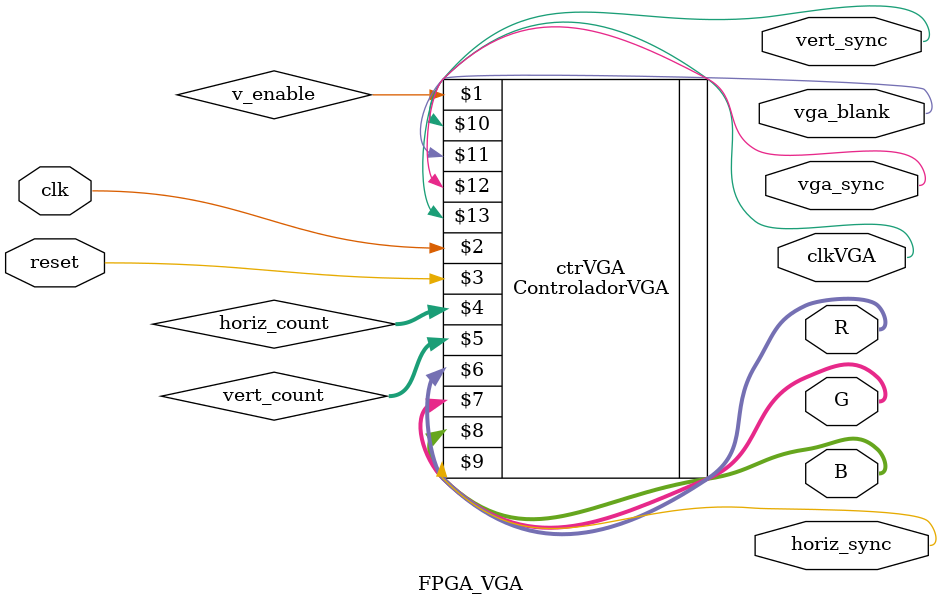
<source format=sv>
module FPGA_VGA #(parameter N=15)(clk, reset, R, G, B, horiz_sync, vert_sync, vga_blank, vga_sync, clkVGA);
	input logic clk, reset;
	output logic [7:0] R, G, B;
	output logic horiz_sync, vert_sync;
	output logic clkVGA;
	output logic vga_blank, vga_sync;
	
	logic [N:0] horiz_count, vert_count;
	logic v_enable;
	
	ControladorVGA #(N) ctrVGA (v_enable, clk, reset, horiz_count, vert_count, R, G, B, horiz_sync, vert_sync, vga_blank, vga_sync, clkVGA);
endmodule 
</source>
